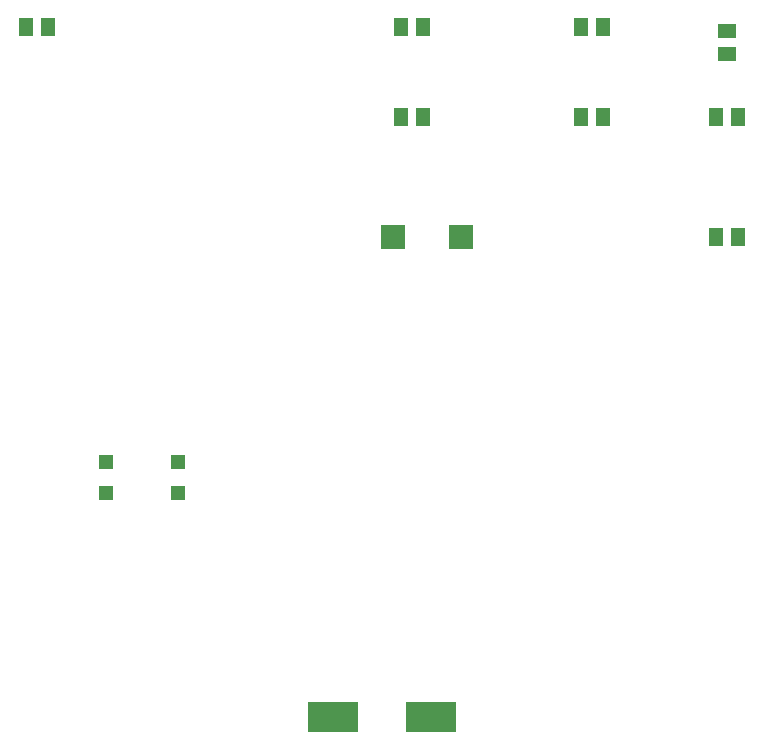
<source format=gbr>
G04 EAGLE Gerber RS-274X export*
G75*
%MOMM*%
%FSLAX34Y34*%
%LPD*%
%INSolderpaste Top*%
%IPPOS*%
%AMOC8*
5,1,8,0,0,1.08239X$1,22.5*%
G01*
%ADD10R,1.200000X1.200000*%
%ADD11R,1.300000X1.500000*%
%ADD12R,1.500000X1.300000*%
%ADD13R,4.300000X2.500000*%
%ADD14R,2.000000X2.100000*%
%ADD15R,1.300000X1.600000*%


D10*
X629900Y380700D03*
X629900Y406700D03*
X690900Y406700D03*
X690900Y380700D03*
D11*
X1146200Y596900D03*
X1165200Y596900D03*
X879500Y698500D03*
X898500Y698500D03*
D12*
X1155700Y752500D03*
X1155700Y771500D03*
D11*
X562000Y774700D03*
X581000Y774700D03*
D13*
X905100Y190500D03*
X822100Y190500D03*
D11*
X1031900Y698500D03*
X1050900Y698500D03*
D14*
X872740Y596900D03*
X930660Y596900D03*
D15*
X898500Y774700D03*
X879500Y774700D03*
X1050900Y774700D03*
X1031900Y774700D03*
X1146200Y698500D03*
X1165200Y698500D03*
M02*

</source>
